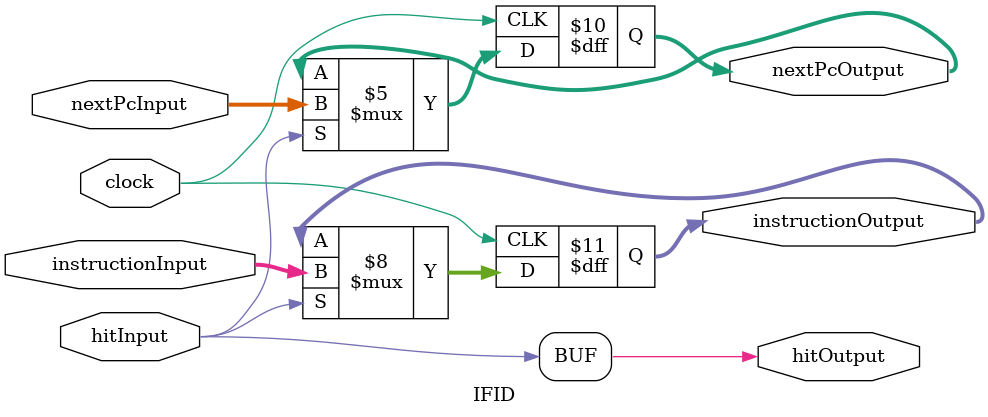
<source format=v>
`timescale 1ns / 1ps

module IFID(clock, nextPcInput, instructionInput, hitInput, nextPcOutput, instructionOutput, hitOutput);


	input hitInput;
	input clock;
	input [31:0] instructionInput;
	input [31:0] nextPcInput;
	
	output reg [31:0] nextPcOutput = 0;
	output reg [31:0] instructionOutput = 0;
	output hitOutput;
	
	always @(negedge clock )
	begin
			if(hitInput)
			begin
				instructionOutput = instructionInput;
				nextPcOutput = nextPcInput;
			end
	end
	
	assign hitOutput = hitInput;


endmodule

</source>
